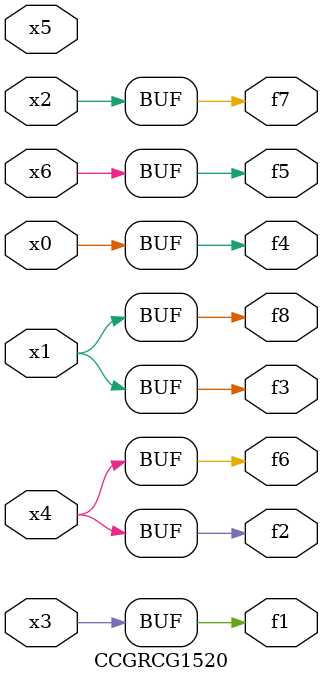
<source format=v>
module CCGRCG1520(
	input x0, x1, x2, x3, x4, x5, x6,
	output f1, f2, f3, f4, f5, f6, f7, f8
);
	assign f1 = x3;
	assign f2 = x4;
	assign f3 = x1;
	assign f4 = x0;
	assign f5 = x6;
	assign f6 = x4;
	assign f7 = x2;
	assign f8 = x1;
endmodule

</source>
